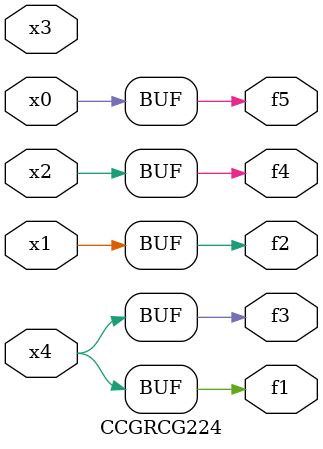
<source format=v>
module CCGRCG224(
	input x0, x1, x2, x3, x4,
	output f1, f2, f3, f4, f5
);
	assign f1 = x4;
	assign f2 = x1;
	assign f3 = x4;
	assign f4 = x2;
	assign f5 = x0;
endmodule

</source>
